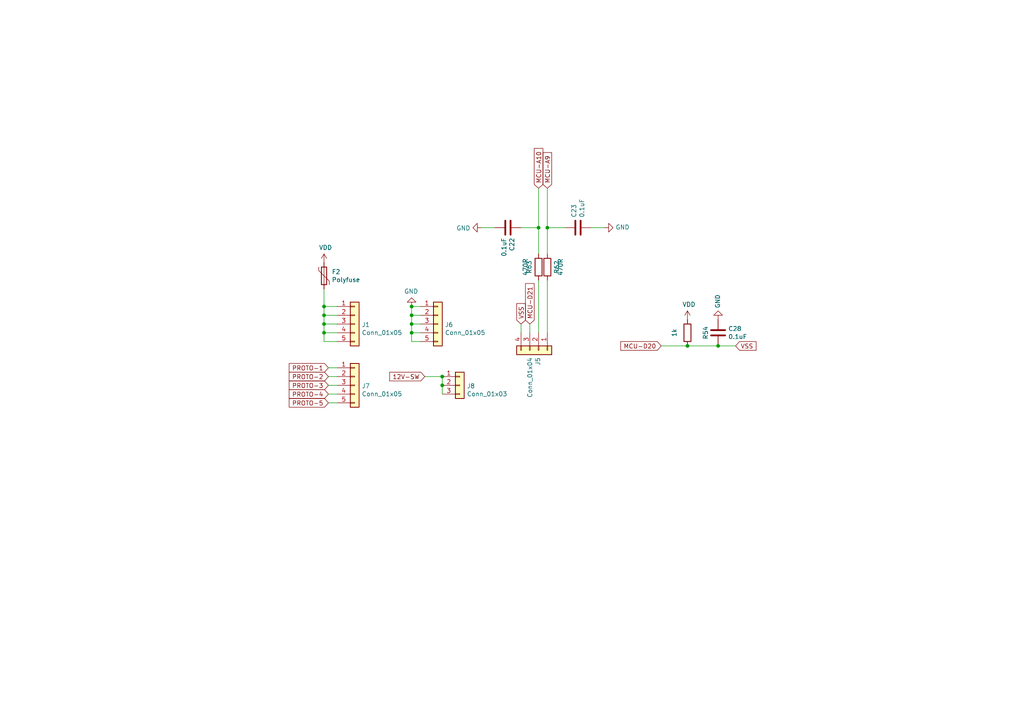
<source format=kicad_sch>
(kicad_sch (version 20210621) (generator eeschema)
  (paper "A4")
  (lib_symbols
    (symbol "Connector_Generic:Conn_01x03" (pin_names (offset 1.016) hide)
      (property "Reference" "J" (at 0 5.08 0))
      (property "Value" "Conn_01x03" (at 0 -5.08 0))
      (symbol "Conn_01x03_1_1"
        (rectangle (start -1.27 -2.413) (end 0 -2.667) (stroke (width 0.1524)))
        (rectangle (start -1.27 0.127) (end 0 -0.127) (stroke (width 0.1524)))
        (rectangle (start -1.27 2.667) (end 0 2.413) (stroke (width 0.1524)))
        (rectangle (start -1.27 3.81) (end 1.27 -3.81) (stroke (width 0.254)) (fill (type background)))
        (pin passive line (at -5.08 2.54 0) (length 3.81) (name "Pin_1") (number "1"))
        (pin passive line (at -5.08 0 0) (length 3.81) (name "Pin_2") (number "2"))
        (pin passive line (at -5.08 -2.54 0) (length 3.81) (name "Pin_3") (number "3"))
      )
    )
    (symbol "Connector_Generic:Conn_01x04" (pin_names (offset 1.016) hide)
      (property "Reference" "J" (at 0 5.08 0))
      (property "Value" "Conn_01x04" (at 0 -7.62 0))
      (symbol "Conn_01x04_1_1"
        (rectangle (start -1.27 -4.953) (end 0 -5.207) (stroke (width 0.1524)))
        (rectangle (start -1.27 -2.413) (end 0 -2.667) (stroke (width 0.1524)))
        (rectangle (start -1.27 0.127) (end 0 -0.127) (stroke (width 0.1524)))
        (rectangle (start -1.27 2.667) (end 0 2.413) (stroke (width 0.1524)))
        (rectangle (start -1.27 3.81) (end 1.27 -6.35) (stroke (width 0.254)) (fill (type background)))
        (pin passive line (at -5.08 2.54 0) (length 3.81) (name "Pin_1") (number "1"))
        (pin passive line (at -5.08 0 0) (length 3.81) (name "Pin_2") (number "2"))
        (pin passive line (at -5.08 -2.54 0) (length 3.81) (name "Pin_3") (number "3"))
        (pin passive line (at -5.08 -5.08 0) (length 3.81) (name "Pin_4") (number "4"))
      )
    )
    (symbol "Connector_Generic:Conn_01x05" (pin_names (offset 1.016) hide)
      (property "Reference" "J" (at 0 7.62 0))
      (property "Value" "Conn_01x05" (at 0 -7.62 0))
      (symbol "Conn_01x05_1_1"
        (rectangle (start -1.27 -4.953) (end 0 -5.207) (stroke (width 0.1524)))
        (rectangle (start -1.27 -2.413) (end 0 -2.667) (stroke (width 0.1524)))
        (rectangle (start -1.27 0.127) (end 0 -0.127) (stroke (width 0.1524)))
        (rectangle (start -1.27 2.667) (end 0 2.413) (stroke (width 0.1524)))
        (rectangle (start -1.27 5.207) (end 0 4.953) (stroke (width 0.1524)))
        (rectangle (start -1.27 6.35) (end 1.27 -6.35) (stroke (width 0.254)) (fill (type background)))
        (pin passive line (at -5.08 5.08 0) (length 3.81) (name "Pin_1") (number "1"))
        (pin passive line (at -5.08 2.54 0) (length 3.81) (name "Pin_2") (number "2"))
        (pin passive line (at -5.08 0 0) (length 3.81) (name "Pin_3") (number "3"))
        (pin passive line (at -5.08 -2.54 0) (length 3.81) (name "Pin_4") (number "4"))
        (pin passive line (at -5.08 -5.08 0) (length 3.81) (name "Pin_5") (number "5"))
      )
    )
    (symbol "Device:C" (pin_numbers hide) (pin_names (offset 0.254))
      (property "Reference" "C" (at 0.635 2.54 0))
      (property "Value" "C" (at 0.635 -2.54 0))
      (symbol "C_0_1"
        (polyline (pts (xy -2.032 -0.762) (xy 2.032 -0.762)) (stroke (width 0.508)))
        (polyline (pts (xy -2.032 0.762) (xy 2.032 0.762)) (stroke (width 0.508)))
      )
      (symbol "C_1_1"
        (pin passive line (at 0 3.81 270) (length 2.794) (name "~") (number "1"))
        (pin passive line (at 0 -3.81 90) (length 2.794) (name "~") (number "2"))
      )
    )
    (symbol "Device:Polyfuse" (pin_numbers hide) (pin_names (offset 0))
      (property "Reference" "F" (at -2.54 0 90))
      (property "Value" "Polyfuse" (at 2.54 0 90))
      (symbol "Polyfuse_0_1"
        (rectangle (start -0.762 2.54) (end 0.762 -2.54) (stroke (width 0.254)))
        (polyline (pts (xy 0 2.54) (xy 0 -2.54)))
        (polyline (pts (xy -1.524 2.54) (xy -1.524 1.524) (xy 1.524 -1.524) (xy 1.524 -2.54)))
      )
      (symbol "Polyfuse_1_1"
        (pin passive line (at 0 3.81 270) (length 1.27) (name "~") (number "1"))
        (pin passive line (at 0 -3.81 90) (length 1.27) (name "~") (number "2"))
      )
    )
    (symbol "Device:R" (pin_numbers hide) (pin_names (offset 0))
      (property "Reference" "R" (at 2.032 0 90))
      (property "Value" "R" (at 0 0 90))
      (symbol "R_0_1"
        (rectangle (start -1.016 -2.54) (end 1.016 2.54) (stroke (width 0.254)))
      )
      (symbol "R_1_1"
        (pin passive line (at 0 3.81 270) (length 1.27) (name "~") (number "1"))
        (pin passive line (at 0 -3.81 90) (length 1.27) (name "~") (number "2"))
      )
    )
    (symbol "power:GND" (power) (pin_names (offset 0))
      (property "Value" "GND" (at 0 -3.81 0))
      (symbol "GND_0_1"
        (polyline (pts (xy 0 0) (xy 0 -1.27) (xy 1.27 -1.27) (xy 0 -2.54) (xy -1.27 -1.27) (xy 0 -1.27)))
      )
      (symbol "GND_1_1"
        (pin power_in line (at 0 0 270) (length 0) hide (name "GND") (number "1"))
      )
    )
    (symbol "power:VDD" (power) (pin_names (offset 0))
      (property "Value" "VDD" (at 0 3.81 0))
      (symbol "VDD_0_1"
        (polyline (pts (xy -0.762 1.27) (xy 0 2.54)))
        (polyline (pts (xy 0 0) (xy 0 2.54)))
        (polyline (pts (xy 0 2.54) (xy 0.762 1.27)))
      )
      (symbol "VDD_1_1"
        (pin power_in line (at 0 0 90) (length 0) hide (name "VDD") (number "1"))
      )
    )
  )
  (junction (at 93.98 88.9))
  (junction (at 128.27 109.22))
  (junction (at 93.98 96.52))
  (junction (at 158.75 66.04))
  (junction (at 119.38 88.9))
  (junction (at 156.21 66.04))
  (junction (at 93.98 93.98))
  (junction (at 93.98 91.44))
  (junction (at 199.39 100.33))
  (junction (at 119.38 91.44))
  (junction (at 119.38 93.98))
  (junction (at 208.28 100.33))
  (junction (at 128.27 111.76))
  (junction (at 119.38 96.52))
  (wire (pts (xy 158.75 66.04) (xy 158.75 73.66)))
  (wire (pts (xy 119.38 99.06) (xy 121.92 99.06)))
  (wire (pts (xy 93.98 83.82) (xy 93.98 88.9)))
  (wire (pts (xy 93.98 88.9) (xy 93.98 91.44)))
  (wire (pts (xy 208.28 100.33) (xy 199.39 100.33)))
  (wire (pts (xy 95.25 111.76) (xy 97.79 111.76)))
  (wire (pts (xy 119.38 96.52) (xy 119.38 99.06)))
  (wire (pts (xy 128.27 111.76) (xy 128.27 114.3)))
  (wire (pts (xy 119.38 93.98) (xy 119.38 96.52)))
  (wire (pts (xy 119.38 88.9) (xy 119.38 91.44)))
  (wire (pts (xy 119.38 88.9) (xy 121.92 88.9)))
  (wire (pts (xy 119.38 93.98) (xy 121.92 93.98)))
  (wire (pts (xy 93.98 96.52) (xy 93.98 99.06)))
  (wire (pts (xy 97.79 109.22) (xy 95.25 109.22)))
  (wire (pts (xy 163.83 66.04) (xy 158.75 66.04)))
  (wire (pts (xy 95.25 106.68) (xy 97.79 106.68)))
  (wire (pts (xy 151.13 66.04) (xy 156.21 66.04)))
  (wire (pts (xy 158.75 54.61) (xy 158.75 66.04)))
  (wire (pts (xy 95.25 116.84) (xy 97.79 116.84)))
  (wire (pts (xy 97.79 114.3) (xy 95.25 114.3)))
  (wire (pts (xy 93.98 96.52) (xy 93.98 93.98)))
  (wire (pts (xy 156.21 81.28) (xy 156.21 96.52)))
  (wire (pts (xy 93.98 93.98) (xy 97.79 93.98)))
  (wire (pts (xy 119.38 96.52) (xy 121.92 96.52)))
  (wire (pts (xy 97.79 99.06) (xy 93.98 99.06)))
  (wire (pts (xy 93.98 91.44) (xy 93.98 93.98)))
  (wire (pts (xy 119.38 91.44) (xy 119.38 93.98)))
  (wire (pts (xy 153.67 93.98) (xy 153.67 96.52)))
  (wire (pts (xy 151.13 93.98) (xy 151.13 96.52)))
  (wire (pts (xy 156.21 66.04) (xy 156.21 73.66)))
  (wire (pts (xy 158.75 81.28) (xy 158.75 96.52)))
  (wire (pts (xy 97.79 88.9) (xy 93.98 88.9)))
  (wire (pts (xy 156.21 54.61) (xy 156.21 66.04)))
  (wire (pts (xy 143.51 66.04) (xy 139.7 66.04)))
  (wire (pts (xy 97.79 91.44) (xy 93.98 91.44)))
  (wire (pts (xy 213.36 100.33) (xy 208.28 100.33)))
  (wire (pts (xy 128.27 109.22) (xy 128.27 111.76)))
  (wire (pts (xy 97.79 96.52) (xy 93.98 96.52)))
  (wire (pts (xy 199.39 100.33) (xy 191.77 100.33)))
  (wire (pts (xy 119.38 91.44) (xy 121.92 91.44)))
  (wire (pts (xy 123.19 109.22) (xy 128.27 109.22)))
  (wire (pts (xy 171.45 66.04) (xy 175.26 66.04)))
  (global_label "MCU-A10" (shape input) (at 156.21 54.61 90) (property "Intersheet References" "${INTERSHEET_REFS}" (effects hide)))
  (global_label "VSS" (shape input) (at 151.13 93.98 90) (property "Intersheet References" "${INTERSHEET_REFS}" (effects hide)))
  (global_label "12V-SW" (shape input) (at 123.19 109.22 180) (property "Intersheet References" "${INTERSHEET_REFS}" (effects hide)))
  (global_label "MCU-D20" (shape input) (at 191.77 100.33 180) (property "Intersheet References" "${INTERSHEET_REFS}" (effects hide)))
  (global_label "PROTO-3" (shape input) (at 95.25 111.76 180) (property "Intersheet References" "${INTERSHEET_REFS}" (effects hide)))
  (global_label "PROTO-2" (shape input) (at 95.25 109.22 180) (property "Intersheet References" "${INTERSHEET_REFS}" (effects hide)))
  (global_label "PROTO-5" (shape input) (at 95.25 116.84 180) (property "Intersheet References" "${INTERSHEET_REFS}" (effects hide)))
  (global_label "MCU-D21" (shape input) (at 153.67 93.98 90) (property "Intersheet References" "${INTERSHEET_REFS}" (effects hide)))
  (global_label "MCU-A9" (shape input) (at 158.75 54.61 90) (property "Intersheet References" "${INTERSHEET_REFS}" (effects hide)))
  (global_label "VSS" (shape input) (at 213.36 100.33 0) (property "Intersheet References" "${INTERSHEET_REFS}" (effects hide)))
  (global_label "PROTO-4" (shape input) (at 95.25 114.3 180) (property "Intersheet References" "${INTERSHEET_REFS}" (effects hide)))
  (global_label "PROTO-1" (shape input) (at 95.25 106.68 180) (property "Intersheet References" "${INTERSHEET_REFS}" (effects hide)))
  (symbol (lib_id "Connector_Generic:Conn_01x05") (at 102.87 93.98 0) (unit 1)
    (property "Reference" "J1" (at 104.902 94.1832 0) (effects (justify left)))
    (property "Value" "Conn_01x05" (at 104.902 96.4946 0) (effects (justify left)))
    (property "Footprint" "Connector_PinHeader_2.54mm:PinHeader_1x05_P2.54mm_Vertical" (effects hide))
  )
  (symbol (lib_id "Connector_Generic:Conn_01x05") (at 127 93.98 0) (unit 1)
    (property "Reference" "J6" (at 129.032 94.1832 0) (effects (justify left)))
    (property "Value" "Conn_01x05" (at 129.032 96.4946 0) (effects (justify left)))
    (property "Footprint" "Connector_PinHeader_2.54mm:PinHeader_1x05_P2.54mm_Vertical" (effects hide))
  )
  (symbol (lib_id "power:GND") (at 119.38 88.9 180) (unit 1)
    (property "Reference" "#PWR072" (effects hide))
    (property "Value" "GND" (at 119.253 84.5058 0))
  )
  (symbol (lib_id "Connector_Generic:Conn_01x04") (at 156.21 101.6 270) (unit 1)
    (property "Reference" "J5" (at 156.0068 103.632 0) (effects (justify left)))
    (property "Value" "Conn_01x04" (at 153.6954 103.632 0) (effects (justify left)))
    (property "Footprint" "Connector_PinHeader_2.54mm:PinHeader_1x04_P2.54mm_Vertical" (effects hide))
  )
  (symbol (lib_id "Device:R") (at 158.75 77.47 0)
    (property "Reference" "R63" (at 153.4922 77.47 90))
    (property "Value" "470R" (at 162.56 77.47 90))
    (property "Footprint" "Resistor_SMD:R_0805_2012Metric" (effects hide))
    (property "Manufacturer_Name" "Panasonic" (effects hide))
    (property "Manufacturer_Part_Number" "ERJ-6ENF4700V" (effects hide))
    (property "URL" "https://www.digikey.com/product-detail/en/panasonic-electronic-components/ERJ-6ENF4700V/P470CCT-ND/1746871" (effects hide))
    (property "Digikey Part Number" "P470CCT-ND" (effects hide))
  )
  (symbol (lib_id "Device:C") (at 167.64 66.04 90)
    (property "Reference" "C23" (at 166.4716 63.119 0) (effects (justify left)))
    (property "Value" "0.1uF" (at 168.783 63.119 0) (effects (justify left)))
    (property "Footprint" "Capacitor_SMD:C_0805_2012Metric" (effects hide))
    (property "Digikey Part Number" "311-1140-1-ND" (effects hide))
    (property "Manufacturer_Name" "Yageo" (effects hide))
    (property "Manufacturer_Part_Number" "CC0805KRX7R9BB104" (effects hide))
    (property "URL" "https://www.digikey.com.au/product-detail/en/yageo/CC0805KRX7R9BB104/311-1140-1-ND/303050" (effects hide))
  )
  (symbol (lib_id "Device:R") (at 156.21 77.47 180)
    (property "Reference" "R62" (at 161.4678 77.47 90))
    (property "Value" "470R" (at 152.4 77.47 90))
    (property "Footprint" "Resistor_SMD:R_0805_2012Metric" (effects hide))
    (property "Manufacturer_Name" "Panasonic" (effects hide))
    (property "Manufacturer_Part_Number" "ERJ-6ENF4700V" (effects hide))
    (property "URL" "https://www.digikey.com/product-detail/en/panasonic-electronic-components/ERJ-6ENF4700V/P470CCT-ND/1746871" (effects hide))
    (property "Digikey Part Number" "P470CCT-ND" (effects hide))
  )
  (symbol (lib_id "Device:C") (at 147.32 66.04 270)
    (property "Reference" "C22" (at 148.4884 68.961 0) (effects (justify left)))
    (property "Value" "0.1uF" (at 146.177 68.961 0) (effects (justify left)))
    (property "Footprint" "Capacitor_SMD:C_0805_2012Metric" (effects hide))
    (property "Digikey Part Number" "311-1140-1-ND" (effects hide))
    (property "Manufacturer_Name" "Yageo" (effects hide))
    (property "Manufacturer_Part_Number" "CC0805KRX7R9BB104" (effects hide))
    (property "URL" "https://www.digikey.com.au/product-detail/en/yageo/CC0805KRX7R9BB104/311-1140-1-ND/303050" (effects hide))
  )
  (symbol (lib_id "power:GND") (at 139.7 66.04 270) (unit 1)
    (property "Reference" "#PWR073" (effects hide))
    (property "Value" "GND" (at 136.4488 66.167 90) (effects (justify right)))
  )
  (symbol (lib_id "power:GND") (at 175.26 66.04 90) (unit 1)
    (property "Reference" "#PWR074" (effects hide))
    (property "Value" "GND" (at 178.5112 65.913 90) (effects (justify right)))
  )
  (symbol (lib_id "Connector_Generic:Conn_01x05") (at 102.87 111.76 0) (unit 1)
    (property "Reference" "J7" (at 104.902 111.9632 0) (effects (justify left)))
    (property "Value" "Conn_01x05" (at 104.902 114.2746 0) (effects (justify left)))
    (property "Footprint" "Connector_PinHeader_2.54mm:PinHeader_1x05_P2.54mm_Vertical" (effects hide))
  )
  (symbol (lib_id "Connector_Generic:Conn_01x03") (at 133.35 111.76 0) (unit 1)
    (property "Reference" "J8" (at 135.382 111.9632 0) (effects (justify left)))
    (property "Value" "Conn_01x03" (at 135.382 114.2746 0) (effects (justify left)))
    (property "Footprint" "Connector_PinHeader_2.54mm:PinHeader_1x03_P2.54mm_Vertical" (effects hide))
    (property "Spice_Primitive" "J" (effects hide))
    (property "Spice_Model" "Conn_01x03" (effects hide))
    (property "Spice_Netlist_Enabled" "Y" (effects hide))
  )
  (symbol (lib_id "Device:Polyfuse") (at 93.98 80.01 0) (unit 1)
    (property "Reference" "F2" (at 96.2152 78.8416 0) (effects (justify left)))
    (property "Value" "Polyfuse" (at 96.2152 81.153 0) (effects (justify left)))
    (property "Footprint" "Fuse:Fuse_1812_4532Metric" (effects hide))
    (property "Digikey Part Number" "507-1361-1-ND" (effects hide))
    (property "Manufacturer_Name" "Bel Fuse" (effects hide))
    (property "Manufacturer_Part_Number" "0ZCC0050FF2C" (effects hide))
    (property "URL" "https://www.digikey.com.au/product-detail/en/bel-fuse-inc/0ZCC0050FF2C/507-1361-1-ND/1560228" (effects hide))
  )
  (symbol (lib_id "power:VDD") (at 93.98 76.2 0) (unit 1)
    (property "Reference" "#PWR0120" (effects hide))
    (property "Value" "VDD" (at 94.4118 71.8058 0))
  )
  (symbol (lib_id "Device:R") (at 199.39 96.52 180)
    (property "Reference" "R54" (at 204.6478 96.52 90))
    (property "Value" "1k" (at 195.58 96.52 90))
    (property "Footprint" "Resistor_SMD:R_0805_2012Metric" (effects hide))
    (property "Manufacturer_Name" "Yageo" (effects hide))
    (property "Manufacturer_Part_Number" "RC0805FR-071KL" (effects hide))
    (property "Digikey Part Number" "311-1.00KCRCT-ND" (effects hide))
  )
  (symbol (lib_id "Device:C") (at 208.28 96.52 0)
    (property "Reference" "C28" (at 211.201 95.3516 0) (effects (justify left)))
    (property "Value" "0.1uF" (at 211.201 97.663 0) (effects (justify left)))
    (property "Footprint" "Capacitor_SMD:C_0805_2012Metric" (effects hide))
    (property "Digikey Part Number" "311-1140-1-ND" (effects hide))
    (property "Manufacturer_Name" "Yageo" (effects hide))
    (property "Manufacturer_Part_Number" "CC0805KRX7R9BB104" (effects hide))
    (property "URL" "https://www.digikey.com.au/product-detail/en/yageo/CC0805KRX7R9BB104/311-1140-1-ND/303050" (effects hide))
  )
  (symbol (lib_id "power:GND") (at 208.28 92.71 180) (unit 1)
    (property "Reference" "#PWR0121" (effects hide))
    (property "Value" "GND" (at 208.153 89.4588 90) (effects (justify right)))
  )
  (symbol (lib_id "power:VDD") (at 199.39 92.71 0) (unit 1)
    (property "Reference" "#PWR0122" (effects hide))
    (property "Value" "VDD" (at 199.8218 88.3158 0))
  )
)
</source>
